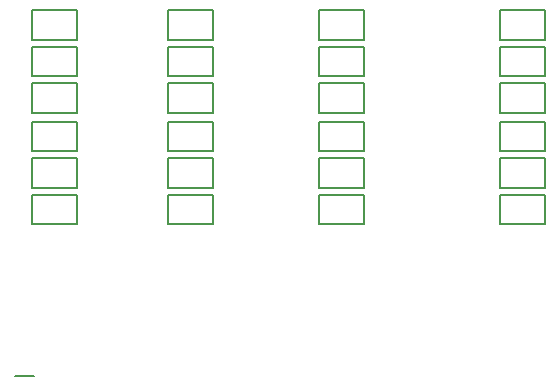
<source format=gbr>
G04 EAGLE Gerber RS-274X export*
G75*
%MOMM*%
%FSLAX34Y34*%
%LPD*%
%INSilkscreen Bottom*%
%IPPOS*%
%AMOC8*
5,1,8,0,0,1.08239X$1,22.5*%
G01*
%ADD10C,0.203200*%
%ADD11C,0.127000*%


D10*
X100110Y17590D02*
X116620Y17590D01*
D11*
X153050Y302142D02*
X153050Y327142D01*
X114950Y327142D01*
X114950Y302142D01*
X153050Y302142D01*
X153050Y296143D02*
X153050Y271143D01*
X153050Y296143D02*
X114950Y296143D01*
X114950Y271143D01*
X153050Y271143D01*
X153050Y265144D02*
X153050Y240144D01*
X153050Y265144D02*
X114950Y265144D01*
X114950Y240144D01*
X153050Y240144D01*
X153050Y232591D02*
X153050Y207591D01*
X153050Y232591D02*
X114950Y232591D01*
X114950Y207591D01*
X153050Y207591D01*
X153050Y201591D02*
X153050Y176591D01*
X153050Y201591D02*
X114950Y201591D01*
X114950Y176591D01*
X153050Y176591D01*
X153050Y170591D02*
X153050Y145591D01*
X153050Y170591D02*
X114950Y170591D01*
X114950Y145591D01*
X153050Y145591D01*
X268050Y302142D02*
X268050Y327142D01*
X229950Y327142D01*
X229950Y302142D01*
X268050Y302142D01*
X268050Y296143D02*
X268050Y271143D01*
X268050Y296143D02*
X229950Y296143D01*
X229950Y271143D01*
X268050Y271143D01*
X268050Y265144D02*
X268050Y240144D01*
X268050Y265144D02*
X229950Y265144D01*
X229950Y240144D01*
X268050Y240144D01*
X268050Y232591D02*
X268050Y207591D01*
X268050Y232591D02*
X229950Y232591D01*
X229950Y207591D01*
X268050Y207591D01*
X268050Y201591D02*
X268050Y176591D01*
X268050Y201591D02*
X229950Y201591D01*
X229950Y176591D01*
X268050Y176591D01*
X268050Y170591D02*
X268050Y145591D01*
X268050Y170591D02*
X229950Y170591D01*
X229950Y145591D01*
X268050Y145591D01*
X396050Y302142D02*
X396050Y327142D01*
X357950Y327142D01*
X357950Y302142D01*
X396050Y302142D01*
X396050Y296143D02*
X396050Y271143D01*
X396050Y296143D02*
X357950Y296143D01*
X357950Y271143D01*
X396050Y271143D01*
X396050Y265144D02*
X396050Y240144D01*
X396050Y265144D02*
X357950Y265144D01*
X357950Y240144D01*
X396050Y240144D01*
X396050Y232591D02*
X396050Y207591D01*
X396050Y232591D02*
X357950Y232591D01*
X357950Y207591D01*
X396050Y207591D01*
X396050Y201591D02*
X396050Y176591D01*
X396050Y201591D02*
X357950Y201591D01*
X357950Y176591D01*
X396050Y176591D01*
X396050Y170591D02*
X396050Y145591D01*
X396050Y170591D02*
X357950Y170591D01*
X357950Y145591D01*
X396050Y145591D01*
X549050Y302142D02*
X549050Y327142D01*
X510950Y327142D01*
X510950Y302142D01*
X549050Y302142D01*
X549050Y296143D02*
X549050Y271143D01*
X549050Y296143D02*
X510950Y296143D01*
X510950Y271143D01*
X549050Y271143D01*
X549050Y265144D02*
X549050Y240144D01*
X549050Y265144D02*
X510950Y265144D01*
X510950Y240144D01*
X549050Y240144D01*
X549050Y232591D02*
X549050Y207591D01*
X549050Y232591D02*
X510950Y232591D01*
X510950Y207591D01*
X549050Y207591D01*
X549050Y201591D02*
X549050Y176591D01*
X549050Y201591D02*
X510950Y201591D01*
X510950Y176591D01*
X549050Y176591D01*
X549050Y170591D02*
X549050Y145591D01*
X549050Y170591D02*
X510950Y170591D01*
X510950Y145591D01*
X549050Y145591D01*
M02*

</source>
